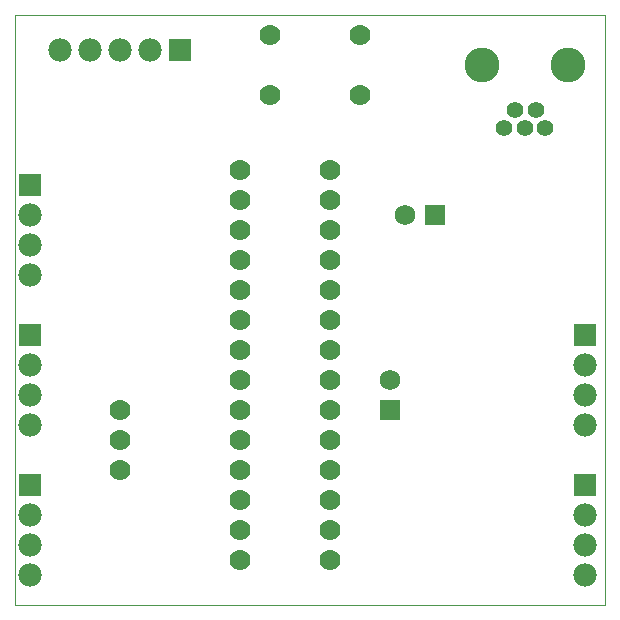
<source format=gbs>
G75*
G70*
%OFA0B0*%
%FSLAX24Y24*%
%IPPOS*%
%LPD*%
%AMOC8*
5,1,8,0,0,1.08239X$1,22.5*
%
%ADD10C,0.0000*%
%ADD11R,0.0780X0.0780*%
%ADD12C,0.0780*%
%ADD13C,0.0700*%
%ADD14C,0.0555*%
%ADD15C,0.1162*%
%ADD16R,0.0690X0.0690*%
%ADD17C,0.0690*%
D10*
X001683Y001189D02*
X001683Y020874D01*
X021368Y020874D01*
X021368Y001189D01*
X001683Y001189D01*
D11*
X002183Y005189D03*
X002183Y010189D03*
X002183Y015189D03*
X007183Y019689D03*
X020683Y010189D03*
X020683Y005189D03*
D12*
X020683Y004189D03*
X020683Y003189D03*
X020683Y002189D03*
X020683Y007189D03*
X020683Y008189D03*
X020683Y009189D03*
X006183Y019689D03*
X005183Y019689D03*
X004183Y019689D03*
X003183Y019689D03*
X002183Y014189D03*
X002183Y013189D03*
X002183Y012189D03*
X002183Y009189D03*
X002183Y008189D03*
X002183Y007189D03*
X002183Y004189D03*
X002183Y003189D03*
X002183Y002189D03*
D13*
X005183Y005689D03*
X005183Y006689D03*
X005183Y007689D03*
X009183Y007689D03*
X009183Y006689D03*
X009183Y005689D03*
X009183Y004689D03*
X009183Y003689D03*
X009183Y002689D03*
X012183Y002689D03*
X012183Y003689D03*
X012183Y004689D03*
X012183Y005689D03*
X012183Y006689D03*
X012183Y007689D03*
X012183Y008689D03*
X012183Y009689D03*
X012183Y010689D03*
X012183Y011689D03*
X012183Y012689D03*
X012183Y013689D03*
X012183Y014689D03*
X012183Y015689D03*
X013183Y018189D03*
X013183Y020189D03*
X010183Y020189D03*
X010183Y018189D03*
X009183Y015689D03*
X009183Y014689D03*
X009183Y013689D03*
X009183Y012689D03*
X009183Y011689D03*
X009183Y010689D03*
X009183Y009689D03*
X009183Y008689D03*
D14*
X017983Y017089D03*
X018683Y017089D03*
X019353Y017089D03*
X019043Y017709D03*
X018353Y017709D03*
D15*
X017246Y019189D03*
X020120Y019189D03*
D16*
X015683Y014189D03*
X014183Y007689D03*
D17*
X014183Y008689D03*
X014683Y014189D03*
M02*

</source>
